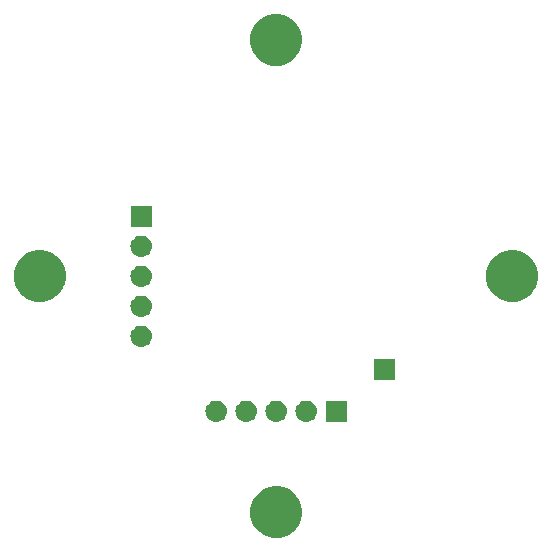
<source format=gbr>
G04 #@! TF.GenerationSoftware,KiCad,Pcbnew,(5.1.4)-1*
G04 #@! TF.CreationDate,2020-03-07T09:14:15+01:00*
G04 #@! TF.ProjectId,Encoder,456e636f-6465-4722-9e6b-696361645f70,rev?*
G04 #@! TF.SameCoordinates,Original*
G04 #@! TF.FileFunction,Soldermask,Bot*
G04 #@! TF.FilePolarity,Negative*
%FSLAX46Y46*%
G04 Gerber Fmt 4.6, Leading zero omitted, Abs format (unit mm)*
G04 Created by KiCad (PCBNEW (5.1.4)-1) date 2020-03-07 09:14:15*
%MOMM*%
%LPD*%
G04 APERTURE LIST*
%ADD10C,0.100000*%
G04 APERTURE END LIST*
D10*
G36*
X160667008Y-97883582D02*
G01*
X161067564Y-98049498D01*
X161067566Y-98049499D01*
X161428057Y-98290371D01*
X161734630Y-98596944D01*
X161975502Y-98957435D01*
X161975503Y-98957437D01*
X162141419Y-99357993D01*
X162226001Y-99783219D01*
X162226001Y-100216781D01*
X162141419Y-100642007D01*
X161975503Y-101042563D01*
X161975502Y-101042565D01*
X161734630Y-101403056D01*
X161428057Y-101709629D01*
X161067566Y-101950501D01*
X161067565Y-101950502D01*
X161067564Y-101950502D01*
X160667008Y-102116418D01*
X160241782Y-102201000D01*
X159808220Y-102201000D01*
X159382994Y-102116418D01*
X158982438Y-101950502D01*
X158982437Y-101950502D01*
X158982436Y-101950501D01*
X158621945Y-101709629D01*
X158315372Y-101403056D01*
X158074500Y-101042565D01*
X158074499Y-101042563D01*
X157908583Y-100642007D01*
X157824001Y-100216781D01*
X157824001Y-99783219D01*
X157908583Y-99357993D01*
X158074499Y-98957437D01*
X158074500Y-98957435D01*
X158315372Y-98596944D01*
X158621945Y-98290371D01*
X158982436Y-98049499D01*
X158982438Y-98049498D01*
X159382994Y-97883582D01*
X159808220Y-97799000D01*
X160241782Y-97799000D01*
X160667008Y-97883582D01*
X160667008Y-97883582D01*
G37*
G36*
X166001000Y-92341000D02*
G01*
X164199000Y-92341000D01*
X164199000Y-90539000D01*
X166001000Y-90539000D01*
X166001000Y-92341000D01*
X166001000Y-92341000D01*
G37*
G36*
X162670443Y-90545519D02*
G01*
X162736627Y-90552037D01*
X162906466Y-90603557D01*
X163062991Y-90687222D01*
X163098729Y-90716552D01*
X163200186Y-90799814D01*
X163283448Y-90901271D01*
X163312778Y-90937009D01*
X163396443Y-91093534D01*
X163447963Y-91263373D01*
X163465359Y-91440000D01*
X163447963Y-91616627D01*
X163396443Y-91786466D01*
X163312778Y-91942991D01*
X163283448Y-91978729D01*
X163200186Y-92080186D01*
X163098729Y-92163448D01*
X163062991Y-92192778D01*
X162906466Y-92276443D01*
X162736627Y-92327963D01*
X162670443Y-92334481D01*
X162604260Y-92341000D01*
X162515740Y-92341000D01*
X162449557Y-92334481D01*
X162383373Y-92327963D01*
X162213534Y-92276443D01*
X162057009Y-92192778D01*
X162021271Y-92163448D01*
X161919814Y-92080186D01*
X161836552Y-91978729D01*
X161807222Y-91942991D01*
X161723557Y-91786466D01*
X161672037Y-91616627D01*
X161654641Y-91440000D01*
X161672037Y-91263373D01*
X161723557Y-91093534D01*
X161807222Y-90937009D01*
X161836552Y-90901271D01*
X161919814Y-90799814D01*
X162021271Y-90716552D01*
X162057009Y-90687222D01*
X162213534Y-90603557D01*
X162383373Y-90552037D01*
X162449558Y-90545518D01*
X162515740Y-90539000D01*
X162604260Y-90539000D01*
X162670443Y-90545519D01*
X162670443Y-90545519D01*
G37*
G36*
X160130443Y-90545519D02*
G01*
X160196627Y-90552037D01*
X160366466Y-90603557D01*
X160522991Y-90687222D01*
X160558729Y-90716552D01*
X160660186Y-90799814D01*
X160743448Y-90901271D01*
X160772778Y-90937009D01*
X160856443Y-91093534D01*
X160907963Y-91263373D01*
X160925359Y-91440000D01*
X160907963Y-91616627D01*
X160856443Y-91786466D01*
X160772778Y-91942991D01*
X160743448Y-91978729D01*
X160660186Y-92080186D01*
X160558729Y-92163448D01*
X160522991Y-92192778D01*
X160366466Y-92276443D01*
X160196627Y-92327963D01*
X160130443Y-92334481D01*
X160064260Y-92341000D01*
X159975740Y-92341000D01*
X159909557Y-92334481D01*
X159843373Y-92327963D01*
X159673534Y-92276443D01*
X159517009Y-92192778D01*
X159481271Y-92163448D01*
X159379814Y-92080186D01*
X159296552Y-91978729D01*
X159267222Y-91942991D01*
X159183557Y-91786466D01*
X159132037Y-91616627D01*
X159114641Y-91440000D01*
X159132037Y-91263373D01*
X159183557Y-91093534D01*
X159267222Y-90937009D01*
X159296552Y-90901271D01*
X159379814Y-90799814D01*
X159481271Y-90716552D01*
X159517009Y-90687222D01*
X159673534Y-90603557D01*
X159843373Y-90552037D01*
X159909558Y-90545518D01*
X159975740Y-90539000D01*
X160064260Y-90539000D01*
X160130443Y-90545519D01*
X160130443Y-90545519D01*
G37*
G36*
X157590443Y-90545519D02*
G01*
X157656627Y-90552037D01*
X157826466Y-90603557D01*
X157982991Y-90687222D01*
X158018729Y-90716552D01*
X158120186Y-90799814D01*
X158203448Y-90901271D01*
X158232778Y-90937009D01*
X158316443Y-91093534D01*
X158367963Y-91263373D01*
X158385359Y-91440000D01*
X158367963Y-91616627D01*
X158316443Y-91786466D01*
X158232778Y-91942991D01*
X158203448Y-91978729D01*
X158120186Y-92080186D01*
X158018729Y-92163448D01*
X157982991Y-92192778D01*
X157826466Y-92276443D01*
X157656627Y-92327963D01*
X157590443Y-92334481D01*
X157524260Y-92341000D01*
X157435740Y-92341000D01*
X157369557Y-92334481D01*
X157303373Y-92327963D01*
X157133534Y-92276443D01*
X156977009Y-92192778D01*
X156941271Y-92163448D01*
X156839814Y-92080186D01*
X156756552Y-91978729D01*
X156727222Y-91942991D01*
X156643557Y-91786466D01*
X156592037Y-91616627D01*
X156574641Y-91440000D01*
X156592037Y-91263373D01*
X156643557Y-91093534D01*
X156727222Y-90937009D01*
X156756552Y-90901271D01*
X156839814Y-90799814D01*
X156941271Y-90716552D01*
X156977009Y-90687222D01*
X157133534Y-90603557D01*
X157303373Y-90552037D01*
X157369558Y-90545518D01*
X157435740Y-90539000D01*
X157524260Y-90539000D01*
X157590443Y-90545519D01*
X157590443Y-90545519D01*
G37*
G36*
X155050443Y-90545519D02*
G01*
X155116627Y-90552037D01*
X155286466Y-90603557D01*
X155442991Y-90687222D01*
X155478729Y-90716552D01*
X155580186Y-90799814D01*
X155663448Y-90901271D01*
X155692778Y-90937009D01*
X155776443Y-91093534D01*
X155827963Y-91263373D01*
X155845359Y-91440000D01*
X155827963Y-91616627D01*
X155776443Y-91786466D01*
X155692778Y-91942991D01*
X155663448Y-91978729D01*
X155580186Y-92080186D01*
X155478729Y-92163448D01*
X155442991Y-92192778D01*
X155286466Y-92276443D01*
X155116627Y-92327963D01*
X155050443Y-92334481D01*
X154984260Y-92341000D01*
X154895740Y-92341000D01*
X154829557Y-92334481D01*
X154763373Y-92327963D01*
X154593534Y-92276443D01*
X154437009Y-92192778D01*
X154401271Y-92163448D01*
X154299814Y-92080186D01*
X154216552Y-91978729D01*
X154187222Y-91942991D01*
X154103557Y-91786466D01*
X154052037Y-91616627D01*
X154034641Y-91440000D01*
X154052037Y-91263373D01*
X154103557Y-91093534D01*
X154187222Y-90937009D01*
X154216552Y-90901271D01*
X154299814Y-90799814D01*
X154401271Y-90716552D01*
X154437009Y-90687222D01*
X154593534Y-90603557D01*
X154763373Y-90552037D01*
X154829558Y-90545518D01*
X154895740Y-90539000D01*
X154984260Y-90539000D01*
X155050443Y-90545519D01*
X155050443Y-90545519D01*
G37*
G36*
X170065000Y-88785000D02*
G01*
X168263000Y-88785000D01*
X168263000Y-86983000D01*
X170065000Y-86983000D01*
X170065000Y-88785000D01*
X170065000Y-88785000D01*
G37*
G36*
X148700442Y-84195518D02*
G01*
X148766627Y-84202037D01*
X148936466Y-84253557D01*
X149092991Y-84337222D01*
X149128729Y-84366552D01*
X149230186Y-84449814D01*
X149313448Y-84551271D01*
X149342778Y-84587009D01*
X149426443Y-84743534D01*
X149477963Y-84913373D01*
X149495359Y-85090000D01*
X149477963Y-85266627D01*
X149426443Y-85436466D01*
X149342778Y-85592991D01*
X149313448Y-85628729D01*
X149230186Y-85730186D01*
X149128729Y-85813448D01*
X149092991Y-85842778D01*
X148936466Y-85926443D01*
X148766627Y-85977963D01*
X148700442Y-85984482D01*
X148634260Y-85991000D01*
X148545740Y-85991000D01*
X148479558Y-85984482D01*
X148413373Y-85977963D01*
X148243534Y-85926443D01*
X148087009Y-85842778D01*
X148051271Y-85813448D01*
X147949814Y-85730186D01*
X147866552Y-85628729D01*
X147837222Y-85592991D01*
X147753557Y-85436466D01*
X147702037Y-85266627D01*
X147684641Y-85090000D01*
X147702037Y-84913373D01*
X147753557Y-84743534D01*
X147837222Y-84587009D01*
X147866552Y-84551271D01*
X147949814Y-84449814D01*
X148051271Y-84366552D01*
X148087009Y-84337222D01*
X148243534Y-84253557D01*
X148413373Y-84202037D01*
X148479558Y-84195518D01*
X148545740Y-84189000D01*
X148634260Y-84189000D01*
X148700442Y-84195518D01*
X148700442Y-84195518D01*
G37*
G36*
X148700443Y-81655519D02*
G01*
X148766627Y-81662037D01*
X148936466Y-81713557D01*
X149092991Y-81797222D01*
X149128729Y-81826552D01*
X149230186Y-81909814D01*
X149313448Y-82011271D01*
X149342778Y-82047009D01*
X149426443Y-82203534D01*
X149477963Y-82373373D01*
X149495359Y-82550000D01*
X149477963Y-82726627D01*
X149426443Y-82896466D01*
X149342778Y-83052991D01*
X149313448Y-83088729D01*
X149230186Y-83190186D01*
X149128729Y-83273448D01*
X149092991Y-83302778D01*
X148936466Y-83386443D01*
X148766627Y-83437963D01*
X148700443Y-83444481D01*
X148634260Y-83451000D01*
X148545740Y-83451000D01*
X148479557Y-83444481D01*
X148413373Y-83437963D01*
X148243534Y-83386443D01*
X148087009Y-83302778D01*
X148051271Y-83273448D01*
X147949814Y-83190186D01*
X147866552Y-83088729D01*
X147837222Y-83052991D01*
X147753557Y-82896466D01*
X147702037Y-82726627D01*
X147684641Y-82550000D01*
X147702037Y-82373373D01*
X147753557Y-82203534D01*
X147837222Y-82047009D01*
X147866552Y-82011271D01*
X147949814Y-81909814D01*
X148051271Y-81826552D01*
X148087009Y-81797222D01*
X148243534Y-81713557D01*
X148413373Y-81662037D01*
X148479557Y-81655519D01*
X148545740Y-81649000D01*
X148634260Y-81649000D01*
X148700443Y-81655519D01*
X148700443Y-81655519D01*
G37*
G36*
X180642007Y-77883582D02*
G01*
X181042563Y-78049498D01*
X181042565Y-78049499D01*
X181403056Y-78290371D01*
X181709629Y-78596944D01*
X181950501Y-78957435D01*
X181950502Y-78957437D01*
X182116418Y-79357993D01*
X182201000Y-79783219D01*
X182201000Y-80216781D01*
X182116418Y-80642007D01*
X182010397Y-80897963D01*
X181950501Y-81042565D01*
X181709629Y-81403056D01*
X181403056Y-81709629D01*
X181042565Y-81950501D01*
X181042564Y-81950502D01*
X181042563Y-81950502D01*
X180642007Y-82116418D01*
X180216781Y-82201000D01*
X179783219Y-82201000D01*
X179357993Y-82116418D01*
X178957437Y-81950502D01*
X178957436Y-81950502D01*
X178957435Y-81950501D01*
X178596944Y-81709629D01*
X178290371Y-81403056D01*
X178049499Y-81042565D01*
X177989603Y-80897963D01*
X177883582Y-80642007D01*
X177799000Y-80216781D01*
X177799000Y-79783219D01*
X177883582Y-79357993D01*
X178049498Y-78957437D01*
X178049499Y-78957435D01*
X178290371Y-78596944D01*
X178596944Y-78290371D01*
X178957435Y-78049499D01*
X178957437Y-78049498D01*
X179357993Y-77883582D01*
X179783219Y-77799000D01*
X180216781Y-77799000D01*
X180642007Y-77883582D01*
X180642007Y-77883582D01*
G37*
G36*
X140642007Y-77883582D02*
G01*
X141042563Y-78049498D01*
X141042565Y-78049499D01*
X141403056Y-78290371D01*
X141709629Y-78596944D01*
X141950501Y-78957435D01*
X141950502Y-78957437D01*
X142116418Y-79357993D01*
X142201000Y-79783219D01*
X142201000Y-80216781D01*
X142116418Y-80642007D01*
X142010397Y-80897963D01*
X141950501Y-81042565D01*
X141709629Y-81403056D01*
X141403056Y-81709629D01*
X141042565Y-81950501D01*
X141042564Y-81950502D01*
X141042563Y-81950502D01*
X140642007Y-82116418D01*
X140216781Y-82201000D01*
X139783219Y-82201000D01*
X139357993Y-82116418D01*
X138957437Y-81950502D01*
X138957436Y-81950502D01*
X138957435Y-81950501D01*
X138596944Y-81709629D01*
X138290371Y-81403056D01*
X138049499Y-81042565D01*
X137989603Y-80897963D01*
X137883582Y-80642007D01*
X137799000Y-80216781D01*
X137799000Y-79783219D01*
X137883582Y-79357993D01*
X138049498Y-78957437D01*
X138049499Y-78957435D01*
X138290371Y-78596944D01*
X138596944Y-78290371D01*
X138957435Y-78049499D01*
X138957437Y-78049498D01*
X139357993Y-77883582D01*
X139783219Y-77799000D01*
X140216781Y-77799000D01*
X140642007Y-77883582D01*
X140642007Y-77883582D01*
G37*
G36*
X148700443Y-79115519D02*
G01*
X148766627Y-79122037D01*
X148936466Y-79173557D01*
X149092991Y-79257222D01*
X149128729Y-79286552D01*
X149230186Y-79369814D01*
X149313448Y-79471271D01*
X149342778Y-79507009D01*
X149426443Y-79663534D01*
X149477963Y-79833373D01*
X149495359Y-80010000D01*
X149477963Y-80186627D01*
X149426443Y-80356466D01*
X149342778Y-80512991D01*
X149313448Y-80548729D01*
X149230186Y-80650186D01*
X149128729Y-80733448D01*
X149092991Y-80762778D01*
X148936466Y-80846443D01*
X148766627Y-80897963D01*
X148700442Y-80904482D01*
X148634260Y-80911000D01*
X148545740Y-80911000D01*
X148479558Y-80904482D01*
X148413373Y-80897963D01*
X148243534Y-80846443D01*
X148087009Y-80762778D01*
X148051271Y-80733448D01*
X147949814Y-80650186D01*
X147866552Y-80548729D01*
X147837222Y-80512991D01*
X147753557Y-80356466D01*
X147702037Y-80186627D01*
X147684641Y-80010000D01*
X147702037Y-79833373D01*
X147753557Y-79663534D01*
X147837222Y-79507009D01*
X147866552Y-79471271D01*
X147949814Y-79369814D01*
X148051271Y-79286552D01*
X148087009Y-79257222D01*
X148243534Y-79173557D01*
X148413373Y-79122037D01*
X148479557Y-79115519D01*
X148545740Y-79109000D01*
X148634260Y-79109000D01*
X148700443Y-79115519D01*
X148700443Y-79115519D01*
G37*
G36*
X148700443Y-76575519D02*
G01*
X148766627Y-76582037D01*
X148936466Y-76633557D01*
X149092991Y-76717222D01*
X149128729Y-76746552D01*
X149230186Y-76829814D01*
X149313448Y-76931271D01*
X149342778Y-76967009D01*
X149426443Y-77123534D01*
X149477963Y-77293373D01*
X149495359Y-77470000D01*
X149477963Y-77646627D01*
X149426443Y-77816466D01*
X149342778Y-77972991D01*
X149313448Y-78008729D01*
X149230186Y-78110186D01*
X149128729Y-78193448D01*
X149092991Y-78222778D01*
X148936466Y-78306443D01*
X148766627Y-78357963D01*
X148700443Y-78364481D01*
X148634260Y-78371000D01*
X148545740Y-78371000D01*
X148479557Y-78364481D01*
X148413373Y-78357963D01*
X148243534Y-78306443D01*
X148087009Y-78222778D01*
X148051271Y-78193448D01*
X147949814Y-78110186D01*
X147866552Y-78008729D01*
X147837222Y-77972991D01*
X147753557Y-77816466D01*
X147702037Y-77646627D01*
X147684641Y-77470000D01*
X147702037Y-77293373D01*
X147753557Y-77123534D01*
X147837222Y-76967009D01*
X147866552Y-76931271D01*
X147949814Y-76829814D01*
X148051271Y-76746552D01*
X148087009Y-76717222D01*
X148243534Y-76633557D01*
X148413373Y-76582037D01*
X148479557Y-76575519D01*
X148545740Y-76569000D01*
X148634260Y-76569000D01*
X148700443Y-76575519D01*
X148700443Y-76575519D01*
G37*
G36*
X149491000Y-75831000D02*
G01*
X147689000Y-75831000D01*
X147689000Y-74029000D01*
X149491000Y-74029000D01*
X149491000Y-75831000D01*
X149491000Y-75831000D01*
G37*
G36*
X160642007Y-57883582D02*
G01*
X161042563Y-58049498D01*
X161042565Y-58049499D01*
X161403056Y-58290371D01*
X161709629Y-58596944D01*
X161950501Y-58957435D01*
X161950502Y-58957437D01*
X162116418Y-59357993D01*
X162201000Y-59783219D01*
X162201000Y-60216781D01*
X162116418Y-60642007D01*
X161950502Y-61042563D01*
X161950501Y-61042565D01*
X161709629Y-61403056D01*
X161403056Y-61709629D01*
X161042565Y-61950501D01*
X161042564Y-61950502D01*
X161042563Y-61950502D01*
X160642007Y-62116418D01*
X160216781Y-62201000D01*
X159783219Y-62201000D01*
X159357993Y-62116418D01*
X158957437Y-61950502D01*
X158957436Y-61950502D01*
X158957435Y-61950501D01*
X158596944Y-61709629D01*
X158290371Y-61403056D01*
X158049499Y-61042565D01*
X158049498Y-61042563D01*
X157883582Y-60642007D01*
X157799000Y-60216781D01*
X157799000Y-59783219D01*
X157883582Y-59357993D01*
X158049498Y-58957437D01*
X158049499Y-58957435D01*
X158290371Y-58596944D01*
X158596944Y-58290371D01*
X158957435Y-58049499D01*
X158957437Y-58049498D01*
X159357993Y-57883582D01*
X159783219Y-57799000D01*
X160216781Y-57799000D01*
X160642007Y-57883582D01*
X160642007Y-57883582D01*
G37*
M02*

</source>
